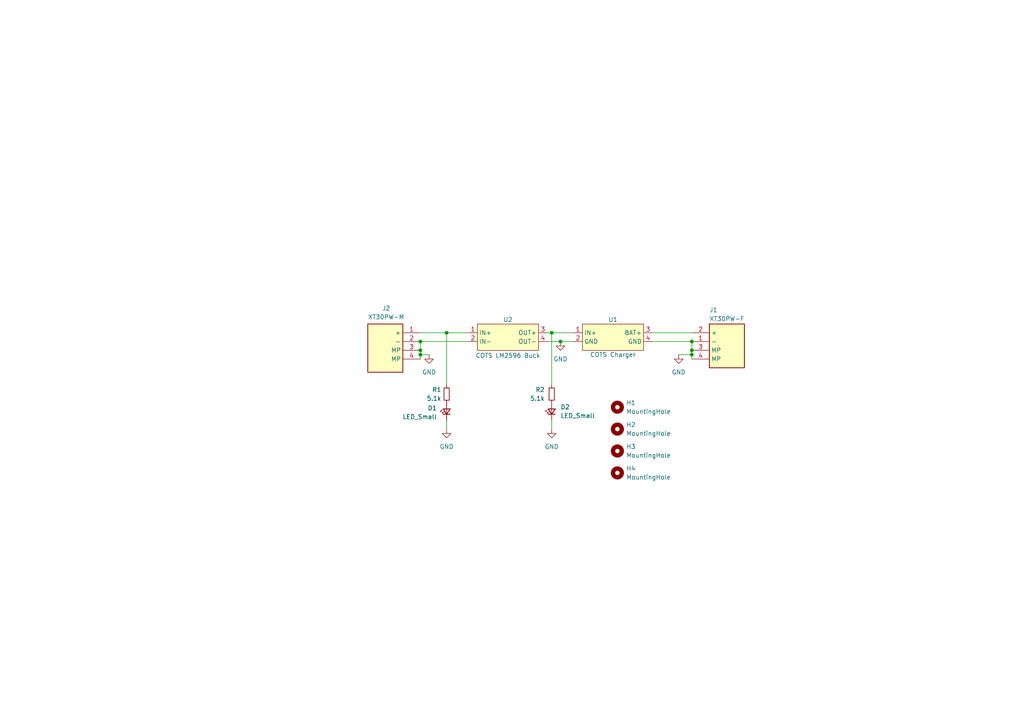
<source format=kicad_sch>
(kicad_sch (version 20231120) (generator "eeschema") (generator_version "8.0")
  (paper "A4")
  (lib_symbols
    (symbol "Device:LED_Small" (pin_numbers hide) (pin_names (offset 0.254) hide)
      (property "Reference" "D" (at -1.27 3.175 0))
      (property "Value" "LED_Small" (at -4.445 -2.54 0))
      (symbol "LED_Small_0_1"
        (polyline (pts (xy -0.762 -1.016) (xy -0.762 1.016)) (stroke (width 0.254)))
        (polyline (pts (xy 1.016 0) (xy -0.762 0)))
        (polyline (pts (xy 0.762 -1.016) (xy -0.762 0) (xy 0.762 1.016) (xy 0.762 -1.016)) (stroke (width 0.254)))
        (polyline (pts (xy 0 0.762) (xy -0.508 1.27) (xy -0.254 1.27) (xy -0.508 1.27) (xy -0.508 1.016)))
        (polyline (pts (xy 0.508 1.27) (xy 0 1.778) (xy 0.254 1.778) (xy 0 1.778) (xy 0 1.524)))
      )
      (symbol "LED_Small_1_1"
        (pin passive line (at -2.54 0 0) (length 1.778) (name "K") (number "1"))
        (pin passive line (at 2.54 0 180) (length 1.778) (name "A") (number "2"))
      )
    )
    (symbol "Device:R_Small" (pin_numbers hide) (pin_names (offset 0.254) hide)
      (property "Reference" "R" (at 0.762 0.508 0))
      (property "Value" "R_Small" (at 0.762 -1.016 0))
      (symbol "R_Small_0_1"
        (rectangle (start -0.762 1.778) (end 0.762 -1.778) (stroke (width 0.2032)))
      )
      (symbol "R_Small_1_1"
        (pin passive line (at 0 2.54 270) (length 0.762) (name "~") (number "1"))
        (pin passive line (at 0 -2.54 90) (length 0.762) (name "~") (number "2"))
      )
    )
    (symbol "Mechanical:MountingHole" (pin_names (offset 1.016)) (exclude_from_sim yes) (in_bom no)
      (property "Reference" "H" (at 0 5.08 0))
      (property "Value" "MountingHole" (at 0 3.175 0))
      (symbol "MountingHole_0_1"
        (circle (center 0 0) (radius 1.27) (stroke (width 1.27)))
      )
    )
    (symbol "iclr:DDTCCRUB_Li-Ion_Charger"
      (property "Reference" "U" (at 0 0 0))
      (property "Value" "COTS Charger" (at 0 -10.414 0))
      (symbol "DDTCCRUB_Li-Ion_Charger_0_1"
        (rectangle (start -8.89 -1.27) (end 8.89 -8.89) (fill (type background)))
      )
      (symbol "DDTCCRUB_Li-Ion_Charger_1_1"
        (pin power_in line (at -11.43 -3.81 0) (length 2.54) (name "IN+") (number "1"))
        (pin power_in line (at -11.43 -6.35 0) (length 2.54) (name "GND") (number "2"))
        (pin power_out line (at 11.43 -3.81 180) (length 2.54) (name "BAT+") (number "3"))
        (pin power_out line (at 11.43 -6.35 180) (length 2.54) (name "GND") (number "4"))
      )
    )
    (symbol "iclr:LM2596_COTS_Buck"
      (property "Reference" "U" (at 0 0 0))
      (property "Value" "COTS LM2596 Buck" (at 0 -10.414 0))
      (symbol "LM2596_COTS_Buck_0_1"
        (rectangle (start -8.89 -1.27) (end 8.89 -8.89) (fill (type background)))
      )
      (symbol "LM2596_COTS_Buck_1_1"
        (pin power_in line (at -11.43 -3.81 0) (length 2.54) (name "IN+") (number "1"))
        (pin power_in line (at -11.43 -6.35 0) (length 2.54) (name "IN-") (number "2"))
        (pin power_out line (at 11.43 -3.81 180) (length 2.54) (name "OUT+") (number "3"))
        (pin power_out line (at 11.43 -6.35 180) (length 2.54) (name "OUT-") (number "4"))
      )
    )
    (symbol "iclr:XT30PW-F"
      (property "Reference" "J" (at 5.842 7.62 0))
      (property "Value" "XT30PW-F" (at 5.842 5.08 0))
      (symbol "XT30PW-F_1_1"
        (rectangle (start 5.08 2.54) (end 15.24 -10.16) (stroke (width 0.254)) (fill (type background)))
        (pin passive line (at 0 -5.08 0) (length 5.08) (name "-") (number "1"))
        (pin passive line (at 0 -7.62 0) (length 5.08) (name "+") (number "2"))
        (pin passive line (at 0 -2.54 0) (length 5.08) (name "MP") (number "3"))
        (pin passive line (at 0 0 0) (length 5.08) (name "MP") (number "4"))
      )
    )
    (symbol "iclr:XT30PW-M"
      (property "Reference" "J" (at 4.826 7.366 0))
      (property "Value" "XT30PW-M" (at 4.826 4.826 0))
      (symbol "XT30PW-M_1_1"
        (rectangle (start 5.08 2.54) (end 15.24 -11.43) (stroke (width 0.254)) (fill (type background)))
        (pin passive line (at 0 0 0) (length 5.08) (name "+") (number "1"))
        (pin passive line (at 0 -2.54 0) (length 5.08) (name "-") (number "2"))
        (pin passive line (at 0 -5.08 0) (length 5.08) (name "MP") (number "3"))
        (pin passive line (at 0 -7.62 0) (length 5.08) (name "MP") (number "4"))
      )
    )
    (symbol "power:GND" (power) (pin_numbers hide) (pin_names (offset 0) hide)
      (property "Value" "GND" (at 0 -3.81 0))
      (symbol "GND_0_1"
        (polyline (pts (xy 0 0) (xy 0 -1.27) (xy 1.27 -1.27) (xy 0 -2.54) (xy -1.27 -1.27) (xy 0 -1.27)))
      )
      (symbol "GND_1_1"
        (pin power_in line (at 0 0 270) (length 0) (name "~") (number "1"))
      )
    )
  )
  (junction (at 121.92 99.06))
  (junction (at 200.66 101.6))
  (junction (at 160.02 96.52))
  (junction (at 121.92 101.6))
  (junction (at 121.92 102.87))
  (junction (at 162.56 99.06))
  (junction (at 200.66 102.87))
  (junction (at 200.66 99.06))
  (junction (at 129.54 96.52))
  (wire (pts (xy 129.54 96.52) (xy 129.54 111.76)))
  (wire (pts (xy 200.66 99.06) (xy 200.66 101.6)))
  (wire (pts (xy 121.92 102.87) (xy 121.92 104.14)))
  (wire (pts (xy 121.92 101.6) (xy 121.92 102.87)))
  (wire (pts (xy 196.85 102.87) (xy 200.66 102.87)))
  (wire (pts (xy 158.75 99.06) (xy 162.56 99.06)))
  (wire (pts (xy 129.54 124.46) (xy 129.54 121.92)))
  (wire (pts (xy 121.92 99.06) (xy 121.92 101.6)))
  (wire (pts (xy 121.92 96.52) (xy 129.54 96.52)))
  (wire (pts (xy 200.66 102.87) (xy 200.66 104.14)))
  (wire (pts (xy 189.23 96.52) (xy 200.66 96.52)))
  (wire (pts (xy 129.54 96.52) (xy 135.89 96.52)))
  (wire (pts (xy 160.02 96.52) (xy 166.37 96.52)))
  (wire (pts (xy 121.92 102.87) (xy 124.46 102.87)))
  (wire (pts (xy 121.92 99.06) (xy 135.89 99.06)))
  (wire (pts (xy 189.23 99.06) (xy 200.66 99.06)))
  (wire (pts (xy 160.02 124.46) (xy 160.02 121.92)))
  (wire (pts (xy 200.66 101.6) (xy 200.66 102.87)))
  (wire (pts (xy 162.56 99.06) (xy 166.37 99.06)))
  (wire (pts (xy 158.75 96.52) (xy 160.02 96.52)))
  (wire (pts (xy 160.02 96.52) (xy 160.02 111.76)))
  (symbol (lib_id "iclr:XT30PW-F") (at 200.66 104.14 0) (mirror x) (unit 1)
    (property "Reference" "J1" (at 205.74 89.916 0) (effects (justify left)))
    (property "Value" "XT30PW-F" (at 205.74 92.456 0) (effects (justify left)))
    (property "Footprint" "iclr:XT30PWF" (effects (hide yes)))
    (property "Datasheet" "https://www.tme.eu/Document/ce4077e36b79046da520ca73227e15de/XT30PW%20SPEC.pdf" (effects (hide yes)))
    (property "Description" "Socket; DC supply; XT30; female; PIN:2; on PCBs; THT; Colour: yellow" (effects (hide yes)))
    (property "Height" "5" (effects (hide yes)))
    (property "Manufacturer_Name" "Amass" (effects (hide yes)))
    (property "Manufacturer_Part_Number" "XT30PW-F" (effects (hide yes)))
  )
  (symbol (lib_id "Device:R_Small") (at 129.54 114.3 180) (unit 1)
    (property "Reference" "R1" (at 128.016 113.03 0) (effects (justify left)))
    (property "Value" "5.1k" (at 128.016 115.57 0) (effects (justify left)))
    (property "Footprint" "Resistor_SMD:R_0603_1608Metric" (effects (hide yes)))
    (property "Description" "Resistor, small symbol" (effects (hide yes)))
  )
  (symbol (lib_id "iclr:DDTCCRUB_Li-Ion_Charger") (at 177.8 92.71 0) (unit 1)
    (property "Reference" "U1" (at 177.8 92.71 0))
    (property "Value" "COTS Charger" (at 177.8 102.87 0))
    (property "Footprint" "iclr:DDTCCRUB_COTS_Charger" (effects (hide yes)))
  )
  (symbol (lib_id "iclr:XT30PW-M") (at 121.92 96.52 0) (mirror y) (unit 1)
    (property "Reference" "J2" (at 112.014 89.408 0))
    (property "Value" "XT30PW-M" (at 112.014 91.948 0))
    (property "Footprint" "iclr:XT30PWM" (effects (hide yes)))
    (property "Datasheet" "https://www.tme.eu/sl/Document/ce4077e36b79046da520ca73227e15de/XT30PW%20SPEC.pdf" (effects (hide yes)))
    (property "Description" "30A Low Temperature Rise Fire Retardant Plug" (effects (hide yes)))
    (property "Height" "5" (effects (hide yes)))
    (property "Manufacturer_Name" "Amass" (effects (hide yes)))
    (property "Manufacturer_Part_Number" "XT30PW-M" (effects (hide yes)))
  )
  (symbol (lib_id "power:GND") (at 124.46 102.87 0) (unit 1)
    (property "Reference" "#PWR02" (effects (hide yes)))
    (property "Value" "GND" (at 124.46 107.95 0))
    (property "Description" "Power symbol creates a global label with name \"GND\" , ground" (effects (hide yes)))
  )
  (symbol (lib_id "power:GND") (at 129.54 124.46 0) (unit 1)
    (property "Reference" "#PWR04" (effects (hide yes)))
    (property "Value" "GND" (at 129.54 129.54 0))
    (property "Description" "Power symbol creates a global label with name \"GND\" , ground" (effects (hide yes)))
  )
  (symbol (lib_id "Mechanical:MountingHole") (at 179.07 124.46 0) (unit 1) (exclude_from_sim yes) (in_bom no)
    (property "Reference" "H2" (at 181.61 123.1899 0) (effects (justify left)))
    (property "Value" "MountingHole" (at 181.61 125.7299 0) (effects (justify left)))
    (property "Footprint" "MountingHole:MountingHole_3.2mm_M3" (effects (hide yes)))
    (property "Description" "Mounting Hole without connection" (effects (hide yes)))
  )
  (symbol (lib_id "power:GND") (at 160.02 124.46 0) (unit 1)
    (property "Reference" "#PWR05" (effects (hide yes)))
    (property "Value" "GND" (at 160.02 129.54 0))
    (property "Description" "Power symbol creates a global label with name \"GND\" , ground" (effects (hide yes)))
  )
  (symbol (lib_id "Device:LED_Small") (at 129.54 119.38 90) (unit 1)
    (property "Reference" "D1" (at 126.746 118.364 90) (effects (justify left)))
    (property "Value" "LED_Small" (at 126.746 120.904 90) (effects (justify left)))
    (property "Footprint" "LED_SMD:LED_0603_1608Metric" (effects (hide yes)))
    (property "Description" "Light emitting diode, small symbol" (effects (hide yes)))
  )
  (symbol (lib_id "Mechanical:MountingHole") (at 179.07 130.81 0) (unit 1) (exclude_from_sim yes) (in_bom no)
    (property "Reference" "H3" (at 181.61 129.5399 0) (effects (justify left)))
    (property "Value" "MountingHole" (at 181.61 132.0799 0) (effects (justify left)))
    (property "Footprint" "MountingHole:MountingHole_3.2mm_M3" (effects (hide yes)))
    (property "Description" "Mounting Hole without connection" (effects (hide yes)))
  )
  (symbol (lib_id "power:GND") (at 162.56 99.06 0) (unit 1)
    (property "Reference" "#PWR03" (effects (hide yes)))
    (property "Value" "GND" (at 162.56 104.14 0))
    (property "Description" "Power symbol creates a global label with name \"GND\" , ground" (effects (hide yes)))
  )
  (symbol (lib_id "iclr:LM2596_COTS_Buck") (at 147.32 92.71 0) (unit 1)
    (property "Reference" "U2" (at 147.32 92.71 0))
    (property "Value" "COTS LM2596 Buck" (at 147.32 103.124 0))
    (property "Footprint" "iclr:LM2596_COTS_Buck" (effects (hide yes)))
  )
  (symbol (lib_id "Device:R_Small") (at 160.02 114.3 180) (unit 1)
    (property "Reference" "R2" (at 157.988 113.03 0) (effects (justify left)))
    (property "Value" "5.1k" (at 157.988 115.57 0) (effects (justify left)))
    (property "Footprint" "Resistor_SMD:R_0603_1608Metric" (effects (hide yes)))
    (property "Description" "Resistor, small symbol" (effects (hide yes)))
  )
  (symbol (lib_id "Mechanical:MountingHole") (at 179.07 137.16 0) (unit 1) (exclude_from_sim yes) (in_bom no)
    (property "Reference" "H4" (at 181.61 135.8899 0) (effects (justify left)))
    (property "Value" "MountingHole" (at 181.61 138.4299 0) (effects (justify left)))
    (property "Footprint" "MountingHole:MountingHole_3.2mm_M3" (effects (hide yes)))
    (property "Description" "Mounting Hole without connection" (effects (hide yes)))
  )
  (symbol (lib_id "Device:LED_Small") (at 160.02 119.38 90) (unit 1)
    (property "Reference" "D2" (at 162.56 118.0464 90) (effects (justify right)))
    (property "Value" "LED_Small" (at 162.56 120.5864 90) (effects (justify right)))
    (property "Footprint" "LED_SMD:LED_0603_1608Metric" (effects (hide yes)))
    (property "Description" "Light emitting diode, small symbol" (effects (hide yes)))
  )
  (symbol (lib_id "power:GND") (at 196.85 102.87 0) (unit 1)
    (property "Reference" "#PWR01" (effects (hide yes)))
    (property "Value" "GND" (at 196.85 107.95 0))
    (property "Description" "Power symbol creates a global label with name \"GND\" , ground" (effects (hide yes)))
  )
  (symbol (lib_id "Mechanical:MountingHole") (at 179.07 118.11 0) (unit 1) (exclude_from_sim yes) (in_bom no)
    (property "Reference" "H1" (at 181.61 116.8399 0) (effects (justify left)))
    (property "Value" "MountingHole" (at 181.61 119.3799 0) (effects (justify left)))
    (property "Footprint" "MountingHole:MountingHole_3.2mm_M3" (effects (hide yes)))
    (property "Description" "Mounting Hole without connection" (effects (hide yes)))
  )
)
</source>
